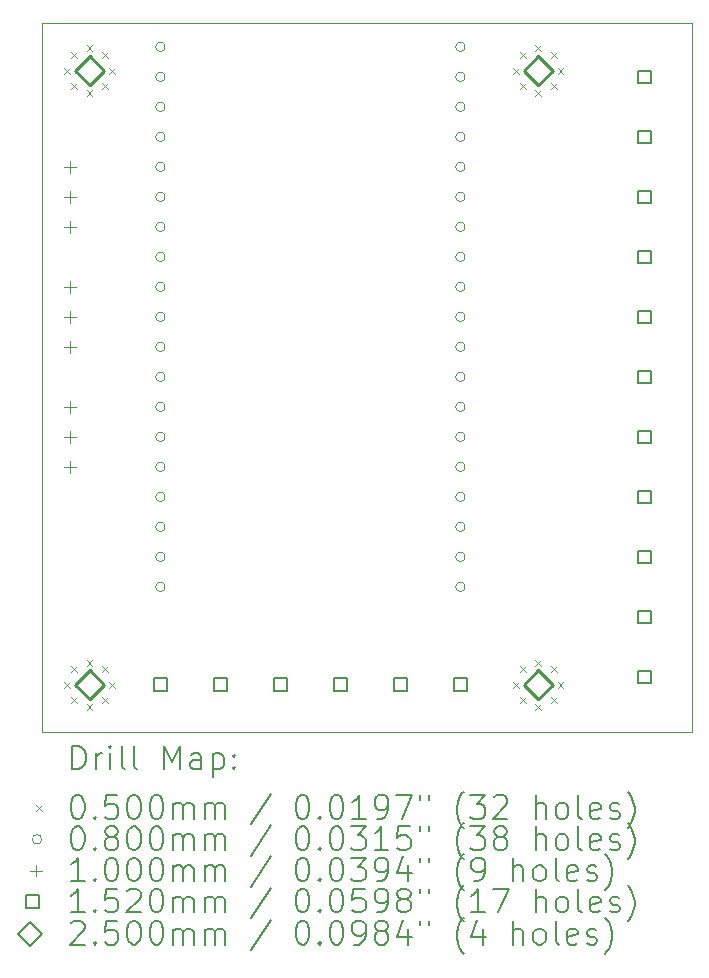
<source format=gbr>
%FSLAX45Y45*%
G04 Gerber Fmt 4.5, Leading zero omitted, Abs format (unit mm)*
G04 Created by KiCad (PCBNEW 6.0.4+dfsg-1+b1) date 2022-05-29 14:40:29*
%MOMM*%
%LPD*%
G01*
G04 APERTURE LIST*
%TA.AperFunction,Profile*%
%ADD10C,0.100000*%
%TD*%
%ADD11C,0.200000*%
%ADD12C,0.050000*%
%ADD13C,0.080000*%
%ADD14C,0.100000*%
%ADD15C,0.152000*%
%ADD16C,0.250000*%
G04 APERTURE END LIST*
D10*
X7255000Y-7016100D02*
X12755000Y-7016100D01*
X12755000Y-7016100D02*
X12755000Y-13016100D01*
X12755000Y-13016100D02*
X7255000Y-13016100D01*
X7255000Y-13016100D02*
X7255000Y-7016100D01*
D11*
D12*
X7442500Y-7391100D02*
X7492500Y-7441100D01*
X7492500Y-7391100D02*
X7442500Y-7441100D01*
X7442500Y-12591100D02*
X7492500Y-12641100D01*
X7492500Y-12591100D02*
X7442500Y-12641100D01*
X7497417Y-7258517D02*
X7547417Y-7308517D01*
X7547417Y-7258517D02*
X7497417Y-7308517D01*
X7497417Y-7523682D02*
X7547417Y-7573682D01*
X7547417Y-7523682D02*
X7497417Y-7573682D01*
X7497417Y-12458517D02*
X7547417Y-12508517D01*
X7547417Y-12458517D02*
X7497417Y-12508517D01*
X7497417Y-12723682D02*
X7547417Y-12773682D01*
X7547417Y-12723682D02*
X7497417Y-12773682D01*
X7630000Y-7203600D02*
X7680000Y-7253600D01*
X7680000Y-7203600D02*
X7630000Y-7253600D01*
X7630000Y-7578600D02*
X7680000Y-7628600D01*
X7680000Y-7578600D02*
X7630000Y-7628600D01*
X7630000Y-12403600D02*
X7680000Y-12453600D01*
X7680000Y-12403600D02*
X7630000Y-12453600D01*
X7630000Y-12778600D02*
X7680000Y-12828600D01*
X7680000Y-12778600D02*
X7630000Y-12828600D01*
X7762582Y-7258517D02*
X7812582Y-7308517D01*
X7812582Y-7258517D02*
X7762582Y-7308517D01*
X7762582Y-7523682D02*
X7812582Y-7573682D01*
X7812582Y-7523682D02*
X7762582Y-7573682D01*
X7762582Y-12458517D02*
X7812582Y-12508517D01*
X7812582Y-12458517D02*
X7762582Y-12508517D01*
X7762582Y-12723682D02*
X7812582Y-12773682D01*
X7812582Y-12723682D02*
X7762582Y-12773682D01*
X7817500Y-7391100D02*
X7867500Y-7441100D01*
X7867500Y-7391100D02*
X7817500Y-7441100D01*
X7817500Y-12591100D02*
X7867500Y-12641100D01*
X7867500Y-12591100D02*
X7817500Y-12641100D01*
X11242500Y-7391100D02*
X11292500Y-7441100D01*
X11292500Y-7391100D02*
X11242500Y-7441100D01*
X11242500Y-12591100D02*
X11292500Y-12641100D01*
X11292500Y-12591100D02*
X11242500Y-12641100D01*
X11297417Y-7258517D02*
X11347417Y-7308517D01*
X11347417Y-7258517D02*
X11297417Y-7308517D01*
X11297417Y-7523682D02*
X11347417Y-7573682D01*
X11347417Y-7523682D02*
X11297417Y-7573682D01*
X11297417Y-12458517D02*
X11347417Y-12508517D01*
X11347417Y-12458517D02*
X11297417Y-12508517D01*
X11297417Y-12723682D02*
X11347417Y-12773682D01*
X11347417Y-12723682D02*
X11297417Y-12773682D01*
X11430000Y-7203600D02*
X11480000Y-7253600D01*
X11480000Y-7203600D02*
X11430000Y-7253600D01*
X11430000Y-7578600D02*
X11480000Y-7628600D01*
X11480000Y-7578600D02*
X11430000Y-7628600D01*
X11430000Y-12403600D02*
X11480000Y-12453600D01*
X11480000Y-12403600D02*
X11430000Y-12453600D01*
X11430000Y-12778600D02*
X11480000Y-12828600D01*
X11480000Y-12778600D02*
X11430000Y-12828600D01*
X11562582Y-7258517D02*
X11612582Y-7308517D01*
X11612582Y-7258517D02*
X11562582Y-7308517D01*
X11562582Y-7523682D02*
X11612582Y-7573682D01*
X11612582Y-7523682D02*
X11562582Y-7573682D01*
X11562582Y-12458517D02*
X11612582Y-12508517D01*
X11612582Y-12458517D02*
X11562582Y-12508517D01*
X11562582Y-12723682D02*
X11612582Y-12773682D01*
X11612582Y-12723682D02*
X11562582Y-12773682D01*
X11617500Y-7391100D02*
X11667500Y-7441100D01*
X11667500Y-7391100D02*
X11617500Y-7441100D01*
X11617500Y-12591100D02*
X11667500Y-12641100D01*
X11667500Y-12591100D02*
X11617500Y-12641100D01*
D13*
X8295000Y-7216100D02*
G75*
G03*
X8295000Y-7216100I-40000J0D01*
G01*
X8295000Y-7470100D02*
G75*
G03*
X8295000Y-7470100I-40000J0D01*
G01*
X8295000Y-7724100D02*
G75*
G03*
X8295000Y-7724100I-40000J0D01*
G01*
X8295000Y-7978100D02*
G75*
G03*
X8295000Y-7978100I-40000J0D01*
G01*
X8295000Y-8232100D02*
G75*
G03*
X8295000Y-8232100I-40000J0D01*
G01*
X8295000Y-8486100D02*
G75*
G03*
X8295000Y-8486100I-40000J0D01*
G01*
X8295000Y-8740100D02*
G75*
G03*
X8295000Y-8740100I-40000J0D01*
G01*
X8295000Y-8994100D02*
G75*
G03*
X8295000Y-8994100I-40000J0D01*
G01*
X8295000Y-9248100D02*
G75*
G03*
X8295000Y-9248100I-40000J0D01*
G01*
X8295000Y-9502100D02*
G75*
G03*
X8295000Y-9502100I-40000J0D01*
G01*
X8295000Y-9756100D02*
G75*
G03*
X8295000Y-9756100I-40000J0D01*
G01*
X8295000Y-10010100D02*
G75*
G03*
X8295000Y-10010100I-40000J0D01*
G01*
X8295000Y-10264100D02*
G75*
G03*
X8295000Y-10264100I-40000J0D01*
G01*
X8295000Y-10518100D02*
G75*
G03*
X8295000Y-10518100I-40000J0D01*
G01*
X8295000Y-10772100D02*
G75*
G03*
X8295000Y-10772100I-40000J0D01*
G01*
X8295000Y-11026100D02*
G75*
G03*
X8295000Y-11026100I-40000J0D01*
G01*
X8295000Y-11280100D02*
G75*
G03*
X8295000Y-11280100I-40000J0D01*
G01*
X8295000Y-11534100D02*
G75*
G03*
X8295000Y-11534100I-40000J0D01*
G01*
X8295000Y-11788100D02*
G75*
G03*
X8295000Y-11788100I-40000J0D01*
G01*
X10835000Y-7216100D02*
G75*
G03*
X10835000Y-7216100I-40000J0D01*
G01*
X10835000Y-7470100D02*
G75*
G03*
X10835000Y-7470100I-40000J0D01*
G01*
X10835000Y-7724100D02*
G75*
G03*
X10835000Y-7724100I-40000J0D01*
G01*
X10835000Y-7978100D02*
G75*
G03*
X10835000Y-7978100I-40000J0D01*
G01*
X10835000Y-8232100D02*
G75*
G03*
X10835000Y-8232100I-40000J0D01*
G01*
X10835000Y-8486100D02*
G75*
G03*
X10835000Y-8486100I-40000J0D01*
G01*
X10835000Y-8740100D02*
G75*
G03*
X10835000Y-8740100I-40000J0D01*
G01*
X10835000Y-8994100D02*
G75*
G03*
X10835000Y-8994100I-40000J0D01*
G01*
X10835000Y-9248100D02*
G75*
G03*
X10835000Y-9248100I-40000J0D01*
G01*
X10835000Y-9502100D02*
G75*
G03*
X10835000Y-9502100I-40000J0D01*
G01*
X10835000Y-9756100D02*
G75*
G03*
X10835000Y-9756100I-40000J0D01*
G01*
X10835000Y-10010100D02*
G75*
G03*
X10835000Y-10010100I-40000J0D01*
G01*
X10835000Y-10264100D02*
G75*
G03*
X10835000Y-10264100I-40000J0D01*
G01*
X10835000Y-10518100D02*
G75*
G03*
X10835000Y-10518100I-40000J0D01*
G01*
X10835000Y-10772100D02*
G75*
G03*
X10835000Y-10772100I-40000J0D01*
G01*
X10835000Y-11026100D02*
G75*
G03*
X10835000Y-11026100I-40000J0D01*
G01*
X10835000Y-11280100D02*
G75*
G03*
X10835000Y-11280100I-40000J0D01*
G01*
X10835000Y-11534100D02*
G75*
G03*
X10835000Y-11534100I-40000J0D01*
G01*
X10835000Y-11788100D02*
G75*
G03*
X10835000Y-11788100I-40000J0D01*
G01*
D14*
X7493000Y-8182100D02*
X7493000Y-8282100D01*
X7443000Y-8232100D02*
X7543000Y-8232100D01*
X7493000Y-8436100D02*
X7493000Y-8536100D01*
X7443000Y-8486100D02*
X7543000Y-8486100D01*
X7493000Y-8690100D02*
X7493000Y-8790100D01*
X7443000Y-8740100D02*
X7543000Y-8740100D01*
X7493000Y-9198100D02*
X7493000Y-9298100D01*
X7443000Y-9248100D02*
X7543000Y-9248100D01*
X7493000Y-9452100D02*
X7493000Y-9552100D01*
X7443000Y-9502100D02*
X7543000Y-9502100D01*
X7493000Y-9706100D02*
X7493000Y-9806100D01*
X7443000Y-9756100D02*
X7543000Y-9756100D01*
X7493000Y-10214100D02*
X7493000Y-10314100D01*
X7443000Y-10264100D02*
X7543000Y-10264100D01*
X7493000Y-10468100D02*
X7493000Y-10568100D01*
X7443000Y-10518100D02*
X7543000Y-10518100D01*
X7493000Y-10722100D02*
X7493000Y-10822100D01*
X7443000Y-10772100D02*
X7543000Y-10772100D01*
D15*
X8308741Y-12669841D02*
X8308741Y-12562359D01*
X8201259Y-12562359D01*
X8201259Y-12669841D01*
X8308741Y-12669841D01*
X8816741Y-12669841D02*
X8816741Y-12562359D01*
X8709259Y-12562359D01*
X8709259Y-12669841D01*
X8816741Y-12669841D01*
X9324741Y-12669841D02*
X9324741Y-12562359D01*
X9217259Y-12562359D01*
X9217259Y-12669841D01*
X9324741Y-12669841D01*
X9832741Y-12669841D02*
X9832741Y-12562359D01*
X9725259Y-12562359D01*
X9725259Y-12669841D01*
X9832741Y-12669841D01*
X10340741Y-12669841D02*
X10340741Y-12562359D01*
X10233259Y-12562359D01*
X10233259Y-12669841D01*
X10340741Y-12669841D01*
X10848741Y-12669841D02*
X10848741Y-12562359D01*
X10741259Y-12562359D01*
X10741259Y-12669841D01*
X10848741Y-12669841D01*
X12408741Y-7523841D02*
X12408741Y-7416359D01*
X12301259Y-7416359D01*
X12301259Y-7523841D01*
X12408741Y-7523841D01*
X12408741Y-8031841D02*
X12408741Y-7924359D01*
X12301259Y-7924359D01*
X12301259Y-8031841D01*
X12408741Y-8031841D01*
X12408741Y-8539841D02*
X12408741Y-8432359D01*
X12301259Y-8432359D01*
X12301259Y-8539841D01*
X12408741Y-8539841D01*
X12408741Y-9047841D02*
X12408741Y-8940359D01*
X12301259Y-8940359D01*
X12301259Y-9047841D01*
X12408741Y-9047841D01*
X12408741Y-9555841D02*
X12408741Y-9448359D01*
X12301259Y-9448359D01*
X12301259Y-9555841D01*
X12408741Y-9555841D01*
X12408741Y-10063841D02*
X12408741Y-9956359D01*
X12301259Y-9956359D01*
X12301259Y-10063841D01*
X12408741Y-10063841D01*
X12408741Y-10571841D02*
X12408741Y-10464359D01*
X12301259Y-10464359D01*
X12301259Y-10571841D01*
X12408741Y-10571841D01*
X12408741Y-11079841D02*
X12408741Y-10972359D01*
X12301259Y-10972359D01*
X12301259Y-11079841D01*
X12408741Y-11079841D01*
X12408741Y-11587841D02*
X12408741Y-11480359D01*
X12301259Y-11480359D01*
X12301259Y-11587841D01*
X12408741Y-11587841D01*
X12408741Y-12095841D02*
X12408741Y-11988359D01*
X12301259Y-11988359D01*
X12301259Y-12095841D01*
X12408741Y-12095841D01*
X12408741Y-12603841D02*
X12408741Y-12496359D01*
X12301259Y-12496359D01*
X12301259Y-12603841D01*
X12408741Y-12603841D01*
D16*
X7655000Y-7541100D02*
X7780000Y-7416100D01*
X7655000Y-7291100D01*
X7530000Y-7416100D01*
X7655000Y-7541100D01*
X7655000Y-12741100D02*
X7780000Y-12616100D01*
X7655000Y-12491100D01*
X7530000Y-12616100D01*
X7655000Y-12741100D01*
X11455000Y-7541100D02*
X11580000Y-7416100D01*
X11455000Y-7291100D01*
X11330000Y-7416100D01*
X11455000Y-7541100D01*
X11455000Y-12741100D02*
X11580000Y-12616100D01*
X11455000Y-12491100D01*
X11330000Y-12616100D01*
X11455000Y-12741100D01*
D11*
X7507619Y-13331576D02*
X7507619Y-13131576D01*
X7555238Y-13131576D01*
X7583809Y-13141100D01*
X7602857Y-13160148D01*
X7612381Y-13179195D01*
X7621905Y-13217290D01*
X7621905Y-13245862D01*
X7612381Y-13283957D01*
X7602857Y-13303005D01*
X7583809Y-13322052D01*
X7555238Y-13331576D01*
X7507619Y-13331576D01*
X7707619Y-13331576D02*
X7707619Y-13198243D01*
X7707619Y-13236338D02*
X7717143Y-13217290D01*
X7726667Y-13207767D01*
X7745714Y-13198243D01*
X7764762Y-13198243D01*
X7831428Y-13331576D02*
X7831428Y-13198243D01*
X7831428Y-13131576D02*
X7821905Y-13141100D01*
X7831428Y-13150624D01*
X7840952Y-13141100D01*
X7831428Y-13131576D01*
X7831428Y-13150624D01*
X7955238Y-13331576D02*
X7936190Y-13322052D01*
X7926667Y-13303005D01*
X7926667Y-13131576D01*
X8060000Y-13331576D02*
X8040952Y-13322052D01*
X8031428Y-13303005D01*
X8031428Y-13131576D01*
X8288571Y-13331576D02*
X8288571Y-13131576D01*
X8355238Y-13274433D01*
X8421905Y-13131576D01*
X8421905Y-13331576D01*
X8602857Y-13331576D02*
X8602857Y-13226814D01*
X8593333Y-13207767D01*
X8574286Y-13198243D01*
X8536190Y-13198243D01*
X8517143Y-13207767D01*
X8602857Y-13322052D02*
X8583810Y-13331576D01*
X8536190Y-13331576D01*
X8517143Y-13322052D01*
X8507619Y-13303005D01*
X8507619Y-13283957D01*
X8517143Y-13264909D01*
X8536190Y-13255386D01*
X8583810Y-13255386D01*
X8602857Y-13245862D01*
X8698095Y-13198243D02*
X8698095Y-13398243D01*
X8698095Y-13207767D02*
X8717143Y-13198243D01*
X8755238Y-13198243D01*
X8774286Y-13207767D01*
X8783810Y-13217290D01*
X8793333Y-13236338D01*
X8793333Y-13293481D01*
X8783810Y-13312528D01*
X8774286Y-13322052D01*
X8755238Y-13331576D01*
X8717143Y-13331576D01*
X8698095Y-13322052D01*
X8879048Y-13312528D02*
X8888571Y-13322052D01*
X8879048Y-13331576D01*
X8869524Y-13322052D01*
X8879048Y-13312528D01*
X8879048Y-13331576D01*
X8879048Y-13207767D02*
X8888571Y-13217290D01*
X8879048Y-13226814D01*
X8869524Y-13217290D01*
X8879048Y-13207767D01*
X8879048Y-13226814D01*
D12*
X7200000Y-13636100D02*
X7250000Y-13686100D01*
X7250000Y-13636100D02*
X7200000Y-13686100D01*
D11*
X7545714Y-13551576D02*
X7564762Y-13551576D01*
X7583809Y-13561100D01*
X7593333Y-13570624D01*
X7602857Y-13589671D01*
X7612381Y-13627767D01*
X7612381Y-13675386D01*
X7602857Y-13713481D01*
X7593333Y-13732528D01*
X7583809Y-13742052D01*
X7564762Y-13751576D01*
X7545714Y-13751576D01*
X7526667Y-13742052D01*
X7517143Y-13732528D01*
X7507619Y-13713481D01*
X7498095Y-13675386D01*
X7498095Y-13627767D01*
X7507619Y-13589671D01*
X7517143Y-13570624D01*
X7526667Y-13561100D01*
X7545714Y-13551576D01*
X7698095Y-13732528D02*
X7707619Y-13742052D01*
X7698095Y-13751576D01*
X7688571Y-13742052D01*
X7698095Y-13732528D01*
X7698095Y-13751576D01*
X7888571Y-13551576D02*
X7793333Y-13551576D01*
X7783809Y-13646814D01*
X7793333Y-13637290D01*
X7812381Y-13627767D01*
X7860000Y-13627767D01*
X7879048Y-13637290D01*
X7888571Y-13646814D01*
X7898095Y-13665862D01*
X7898095Y-13713481D01*
X7888571Y-13732528D01*
X7879048Y-13742052D01*
X7860000Y-13751576D01*
X7812381Y-13751576D01*
X7793333Y-13742052D01*
X7783809Y-13732528D01*
X8021905Y-13551576D02*
X8040952Y-13551576D01*
X8060000Y-13561100D01*
X8069524Y-13570624D01*
X8079048Y-13589671D01*
X8088571Y-13627767D01*
X8088571Y-13675386D01*
X8079048Y-13713481D01*
X8069524Y-13732528D01*
X8060000Y-13742052D01*
X8040952Y-13751576D01*
X8021905Y-13751576D01*
X8002857Y-13742052D01*
X7993333Y-13732528D01*
X7983809Y-13713481D01*
X7974286Y-13675386D01*
X7974286Y-13627767D01*
X7983809Y-13589671D01*
X7993333Y-13570624D01*
X8002857Y-13561100D01*
X8021905Y-13551576D01*
X8212381Y-13551576D02*
X8231428Y-13551576D01*
X8250476Y-13561100D01*
X8260000Y-13570624D01*
X8269524Y-13589671D01*
X8279048Y-13627767D01*
X8279048Y-13675386D01*
X8269524Y-13713481D01*
X8260000Y-13732528D01*
X8250476Y-13742052D01*
X8231428Y-13751576D01*
X8212381Y-13751576D01*
X8193333Y-13742052D01*
X8183809Y-13732528D01*
X8174286Y-13713481D01*
X8164762Y-13675386D01*
X8164762Y-13627767D01*
X8174286Y-13589671D01*
X8183809Y-13570624D01*
X8193333Y-13561100D01*
X8212381Y-13551576D01*
X8364762Y-13751576D02*
X8364762Y-13618243D01*
X8364762Y-13637290D02*
X8374286Y-13627767D01*
X8393333Y-13618243D01*
X8421905Y-13618243D01*
X8440952Y-13627767D01*
X8450476Y-13646814D01*
X8450476Y-13751576D01*
X8450476Y-13646814D02*
X8460000Y-13627767D01*
X8479048Y-13618243D01*
X8507619Y-13618243D01*
X8526667Y-13627767D01*
X8536190Y-13646814D01*
X8536190Y-13751576D01*
X8631429Y-13751576D02*
X8631429Y-13618243D01*
X8631429Y-13637290D02*
X8640952Y-13627767D01*
X8660000Y-13618243D01*
X8688571Y-13618243D01*
X8707619Y-13627767D01*
X8717143Y-13646814D01*
X8717143Y-13751576D01*
X8717143Y-13646814D02*
X8726667Y-13627767D01*
X8745714Y-13618243D01*
X8774286Y-13618243D01*
X8793333Y-13627767D01*
X8802857Y-13646814D01*
X8802857Y-13751576D01*
X9193333Y-13542052D02*
X9021905Y-13799195D01*
X9450476Y-13551576D02*
X9469524Y-13551576D01*
X9488571Y-13561100D01*
X9498095Y-13570624D01*
X9507619Y-13589671D01*
X9517143Y-13627767D01*
X9517143Y-13675386D01*
X9507619Y-13713481D01*
X9498095Y-13732528D01*
X9488571Y-13742052D01*
X9469524Y-13751576D01*
X9450476Y-13751576D01*
X9431429Y-13742052D01*
X9421905Y-13732528D01*
X9412381Y-13713481D01*
X9402857Y-13675386D01*
X9402857Y-13627767D01*
X9412381Y-13589671D01*
X9421905Y-13570624D01*
X9431429Y-13561100D01*
X9450476Y-13551576D01*
X9602857Y-13732528D02*
X9612381Y-13742052D01*
X9602857Y-13751576D01*
X9593333Y-13742052D01*
X9602857Y-13732528D01*
X9602857Y-13751576D01*
X9736190Y-13551576D02*
X9755238Y-13551576D01*
X9774286Y-13561100D01*
X9783810Y-13570624D01*
X9793333Y-13589671D01*
X9802857Y-13627767D01*
X9802857Y-13675386D01*
X9793333Y-13713481D01*
X9783810Y-13732528D01*
X9774286Y-13742052D01*
X9755238Y-13751576D01*
X9736190Y-13751576D01*
X9717143Y-13742052D01*
X9707619Y-13732528D01*
X9698095Y-13713481D01*
X9688571Y-13675386D01*
X9688571Y-13627767D01*
X9698095Y-13589671D01*
X9707619Y-13570624D01*
X9717143Y-13561100D01*
X9736190Y-13551576D01*
X9993333Y-13751576D02*
X9879048Y-13751576D01*
X9936190Y-13751576D02*
X9936190Y-13551576D01*
X9917143Y-13580148D01*
X9898095Y-13599195D01*
X9879048Y-13608719D01*
X10088571Y-13751576D02*
X10126667Y-13751576D01*
X10145714Y-13742052D01*
X10155238Y-13732528D01*
X10174286Y-13703957D01*
X10183810Y-13665862D01*
X10183810Y-13589671D01*
X10174286Y-13570624D01*
X10164762Y-13561100D01*
X10145714Y-13551576D01*
X10107619Y-13551576D01*
X10088571Y-13561100D01*
X10079048Y-13570624D01*
X10069524Y-13589671D01*
X10069524Y-13637290D01*
X10079048Y-13656338D01*
X10088571Y-13665862D01*
X10107619Y-13675386D01*
X10145714Y-13675386D01*
X10164762Y-13665862D01*
X10174286Y-13656338D01*
X10183810Y-13637290D01*
X10250476Y-13551576D02*
X10383810Y-13551576D01*
X10298095Y-13751576D01*
X10450476Y-13551576D02*
X10450476Y-13589671D01*
X10526667Y-13551576D02*
X10526667Y-13589671D01*
X10821905Y-13827767D02*
X10812381Y-13818243D01*
X10793333Y-13789671D01*
X10783810Y-13770624D01*
X10774286Y-13742052D01*
X10764762Y-13694433D01*
X10764762Y-13656338D01*
X10774286Y-13608719D01*
X10783810Y-13580148D01*
X10793333Y-13561100D01*
X10812381Y-13532528D01*
X10821905Y-13523005D01*
X10879048Y-13551576D02*
X11002857Y-13551576D01*
X10936190Y-13627767D01*
X10964762Y-13627767D01*
X10983810Y-13637290D01*
X10993333Y-13646814D01*
X11002857Y-13665862D01*
X11002857Y-13713481D01*
X10993333Y-13732528D01*
X10983810Y-13742052D01*
X10964762Y-13751576D01*
X10907619Y-13751576D01*
X10888571Y-13742052D01*
X10879048Y-13732528D01*
X11079048Y-13570624D02*
X11088571Y-13561100D01*
X11107619Y-13551576D01*
X11155238Y-13551576D01*
X11174286Y-13561100D01*
X11183810Y-13570624D01*
X11193333Y-13589671D01*
X11193333Y-13608719D01*
X11183810Y-13637290D01*
X11069524Y-13751576D01*
X11193333Y-13751576D01*
X11431428Y-13751576D02*
X11431428Y-13551576D01*
X11517143Y-13751576D02*
X11517143Y-13646814D01*
X11507619Y-13627767D01*
X11488571Y-13618243D01*
X11460000Y-13618243D01*
X11440952Y-13627767D01*
X11431428Y-13637290D01*
X11640952Y-13751576D02*
X11621905Y-13742052D01*
X11612381Y-13732528D01*
X11602857Y-13713481D01*
X11602857Y-13656338D01*
X11612381Y-13637290D01*
X11621905Y-13627767D01*
X11640952Y-13618243D01*
X11669524Y-13618243D01*
X11688571Y-13627767D01*
X11698095Y-13637290D01*
X11707619Y-13656338D01*
X11707619Y-13713481D01*
X11698095Y-13732528D01*
X11688571Y-13742052D01*
X11669524Y-13751576D01*
X11640952Y-13751576D01*
X11821905Y-13751576D02*
X11802857Y-13742052D01*
X11793333Y-13723005D01*
X11793333Y-13551576D01*
X11974286Y-13742052D02*
X11955238Y-13751576D01*
X11917143Y-13751576D01*
X11898095Y-13742052D01*
X11888571Y-13723005D01*
X11888571Y-13646814D01*
X11898095Y-13627767D01*
X11917143Y-13618243D01*
X11955238Y-13618243D01*
X11974286Y-13627767D01*
X11983809Y-13646814D01*
X11983809Y-13665862D01*
X11888571Y-13684909D01*
X12060000Y-13742052D02*
X12079048Y-13751576D01*
X12117143Y-13751576D01*
X12136190Y-13742052D01*
X12145714Y-13723005D01*
X12145714Y-13713481D01*
X12136190Y-13694433D01*
X12117143Y-13684909D01*
X12088571Y-13684909D01*
X12069524Y-13675386D01*
X12060000Y-13656338D01*
X12060000Y-13646814D01*
X12069524Y-13627767D01*
X12088571Y-13618243D01*
X12117143Y-13618243D01*
X12136190Y-13627767D01*
X12212381Y-13827767D02*
X12221905Y-13818243D01*
X12240952Y-13789671D01*
X12250476Y-13770624D01*
X12260000Y-13742052D01*
X12269524Y-13694433D01*
X12269524Y-13656338D01*
X12260000Y-13608719D01*
X12250476Y-13580148D01*
X12240952Y-13561100D01*
X12221905Y-13532528D01*
X12212381Y-13523005D01*
D13*
X7250000Y-13925100D02*
G75*
G03*
X7250000Y-13925100I-40000J0D01*
G01*
D11*
X7545714Y-13815576D02*
X7564762Y-13815576D01*
X7583809Y-13825100D01*
X7593333Y-13834624D01*
X7602857Y-13853671D01*
X7612381Y-13891767D01*
X7612381Y-13939386D01*
X7602857Y-13977481D01*
X7593333Y-13996528D01*
X7583809Y-14006052D01*
X7564762Y-14015576D01*
X7545714Y-14015576D01*
X7526667Y-14006052D01*
X7517143Y-13996528D01*
X7507619Y-13977481D01*
X7498095Y-13939386D01*
X7498095Y-13891767D01*
X7507619Y-13853671D01*
X7517143Y-13834624D01*
X7526667Y-13825100D01*
X7545714Y-13815576D01*
X7698095Y-13996528D02*
X7707619Y-14006052D01*
X7698095Y-14015576D01*
X7688571Y-14006052D01*
X7698095Y-13996528D01*
X7698095Y-14015576D01*
X7821905Y-13901290D02*
X7802857Y-13891767D01*
X7793333Y-13882243D01*
X7783809Y-13863195D01*
X7783809Y-13853671D01*
X7793333Y-13834624D01*
X7802857Y-13825100D01*
X7821905Y-13815576D01*
X7860000Y-13815576D01*
X7879048Y-13825100D01*
X7888571Y-13834624D01*
X7898095Y-13853671D01*
X7898095Y-13863195D01*
X7888571Y-13882243D01*
X7879048Y-13891767D01*
X7860000Y-13901290D01*
X7821905Y-13901290D01*
X7802857Y-13910814D01*
X7793333Y-13920338D01*
X7783809Y-13939386D01*
X7783809Y-13977481D01*
X7793333Y-13996528D01*
X7802857Y-14006052D01*
X7821905Y-14015576D01*
X7860000Y-14015576D01*
X7879048Y-14006052D01*
X7888571Y-13996528D01*
X7898095Y-13977481D01*
X7898095Y-13939386D01*
X7888571Y-13920338D01*
X7879048Y-13910814D01*
X7860000Y-13901290D01*
X8021905Y-13815576D02*
X8040952Y-13815576D01*
X8060000Y-13825100D01*
X8069524Y-13834624D01*
X8079048Y-13853671D01*
X8088571Y-13891767D01*
X8088571Y-13939386D01*
X8079048Y-13977481D01*
X8069524Y-13996528D01*
X8060000Y-14006052D01*
X8040952Y-14015576D01*
X8021905Y-14015576D01*
X8002857Y-14006052D01*
X7993333Y-13996528D01*
X7983809Y-13977481D01*
X7974286Y-13939386D01*
X7974286Y-13891767D01*
X7983809Y-13853671D01*
X7993333Y-13834624D01*
X8002857Y-13825100D01*
X8021905Y-13815576D01*
X8212381Y-13815576D02*
X8231428Y-13815576D01*
X8250476Y-13825100D01*
X8260000Y-13834624D01*
X8269524Y-13853671D01*
X8279048Y-13891767D01*
X8279048Y-13939386D01*
X8269524Y-13977481D01*
X8260000Y-13996528D01*
X8250476Y-14006052D01*
X8231428Y-14015576D01*
X8212381Y-14015576D01*
X8193333Y-14006052D01*
X8183809Y-13996528D01*
X8174286Y-13977481D01*
X8164762Y-13939386D01*
X8164762Y-13891767D01*
X8174286Y-13853671D01*
X8183809Y-13834624D01*
X8193333Y-13825100D01*
X8212381Y-13815576D01*
X8364762Y-14015576D02*
X8364762Y-13882243D01*
X8364762Y-13901290D02*
X8374286Y-13891767D01*
X8393333Y-13882243D01*
X8421905Y-13882243D01*
X8440952Y-13891767D01*
X8450476Y-13910814D01*
X8450476Y-14015576D01*
X8450476Y-13910814D02*
X8460000Y-13891767D01*
X8479048Y-13882243D01*
X8507619Y-13882243D01*
X8526667Y-13891767D01*
X8536190Y-13910814D01*
X8536190Y-14015576D01*
X8631429Y-14015576D02*
X8631429Y-13882243D01*
X8631429Y-13901290D02*
X8640952Y-13891767D01*
X8660000Y-13882243D01*
X8688571Y-13882243D01*
X8707619Y-13891767D01*
X8717143Y-13910814D01*
X8717143Y-14015576D01*
X8717143Y-13910814D02*
X8726667Y-13891767D01*
X8745714Y-13882243D01*
X8774286Y-13882243D01*
X8793333Y-13891767D01*
X8802857Y-13910814D01*
X8802857Y-14015576D01*
X9193333Y-13806052D02*
X9021905Y-14063195D01*
X9450476Y-13815576D02*
X9469524Y-13815576D01*
X9488571Y-13825100D01*
X9498095Y-13834624D01*
X9507619Y-13853671D01*
X9517143Y-13891767D01*
X9517143Y-13939386D01*
X9507619Y-13977481D01*
X9498095Y-13996528D01*
X9488571Y-14006052D01*
X9469524Y-14015576D01*
X9450476Y-14015576D01*
X9431429Y-14006052D01*
X9421905Y-13996528D01*
X9412381Y-13977481D01*
X9402857Y-13939386D01*
X9402857Y-13891767D01*
X9412381Y-13853671D01*
X9421905Y-13834624D01*
X9431429Y-13825100D01*
X9450476Y-13815576D01*
X9602857Y-13996528D02*
X9612381Y-14006052D01*
X9602857Y-14015576D01*
X9593333Y-14006052D01*
X9602857Y-13996528D01*
X9602857Y-14015576D01*
X9736190Y-13815576D02*
X9755238Y-13815576D01*
X9774286Y-13825100D01*
X9783810Y-13834624D01*
X9793333Y-13853671D01*
X9802857Y-13891767D01*
X9802857Y-13939386D01*
X9793333Y-13977481D01*
X9783810Y-13996528D01*
X9774286Y-14006052D01*
X9755238Y-14015576D01*
X9736190Y-14015576D01*
X9717143Y-14006052D01*
X9707619Y-13996528D01*
X9698095Y-13977481D01*
X9688571Y-13939386D01*
X9688571Y-13891767D01*
X9698095Y-13853671D01*
X9707619Y-13834624D01*
X9717143Y-13825100D01*
X9736190Y-13815576D01*
X9869524Y-13815576D02*
X9993333Y-13815576D01*
X9926667Y-13891767D01*
X9955238Y-13891767D01*
X9974286Y-13901290D01*
X9983810Y-13910814D01*
X9993333Y-13929862D01*
X9993333Y-13977481D01*
X9983810Y-13996528D01*
X9974286Y-14006052D01*
X9955238Y-14015576D01*
X9898095Y-14015576D01*
X9879048Y-14006052D01*
X9869524Y-13996528D01*
X10183810Y-14015576D02*
X10069524Y-14015576D01*
X10126667Y-14015576D02*
X10126667Y-13815576D01*
X10107619Y-13844148D01*
X10088571Y-13863195D01*
X10069524Y-13872719D01*
X10364762Y-13815576D02*
X10269524Y-13815576D01*
X10260000Y-13910814D01*
X10269524Y-13901290D01*
X10288571Y-13891767D01*
X10336190Y-13891767D01*
X10355238Y-13901290D01*
X10364762Y-13910814D01*
X10374286Y-13929862D01*
X10374286Y-13977481D01*
X10364762Y-13996528D01*
X10355238Y-14006052D01*
X10336190Y-14015576D01*
X10288571Y-14015576D01*
X10269524Y-14006052D01*
X10260000Y-13996528D01*
X10450476Y-13815576D02*
X10450476Y-13853671D01*
X10526667Y-13815576D02*
X10526667Y-13853671D01*
X10821905Y-14091767D02*
X10812381Y-14082243D01*
X10793333Y-14053671D01*
X10783810Y-14034624D01*
X10774286Y-14006052D01*
X10764762Y-13958433D01*
X10764762Y-13920338D01*
X10774286Y-13872719D01*
X10783810Y-13844148D01*
X10793333Y-13825100D01*
X10812381Y-13796528D01*
X10821905Y-13787005D01*
X10879048Y-13815576D02*
X11002857Y-13815576D01*
X10936190Y-13891767D01*
X10964762Y-13891767D01*
X10983810Y-13901290D01*
X10993333Y-13910814D01*
X11002857Y-13929862D01*
X11002857Y-13977481D01*
X10993333Y-13996528D01*
X10983810Y-14006052D01*
X10964762Y-14015576D01*
X10907619Y-14015576D01*
X10888571Y-14006052D01*
X10879048Y-13996528D01*
X11117143Y-13901290D02*
X11098095Y-13891767D01*
X11088571Y-13882243D01*
X11079048Y-13863195D01*
X11079048Y-13853671D01*
X11088571Y-13834624D01*
X11098095Y-13825100D01*
X11117143Y-13815576D01*
X11155238Y-13815576D01*
X11174286Y-13825100D01*
X11183810Y-13834624D01*
X11193333Y-13853671D01*
X11193333Y-13863195D01*
X11183810Y-13882243D01*
X11174286Y-13891767D01*
X11155238Y-13901290D01*
X11117143Y-13901290D01*
X11098095Y-13910814D01*
X11088571Y-13920338D01*
X11079048Y-13939386D01*
X11079048Y-13977481D01*
X11088571Y-13996528D01*
X11098095Y-14006052D01*
X11117143Y-14015576D01*
X11155238Y-14015576D01*
X11174286Y-14006052D01*
X11183810Y-13996528D01*
X11193333Y-13977481D01*
X11193333Y-13939386D01*
X11183810Y-13920338D01*
X11174286Y-13910814D01*
X11155238Y-13901290D01*
X11431428Y-14015576D02*
X11431428Y-13815576D01*
X11517143Y-14015576D02*
X11517143Y-13910814D01*
X11507619Y-13891767D01*
X11488571Y-13882243D01*
X11460000Y-13882243D01*
X11440952Y-13891767D01*
X11431428Y-13901290D01*
X11640952Y-14015576D02*
X11621905Y-14006052D01*
X11612381Y-13996528D01*
X11602857Y-13977481D01*
X11602857Y-13920338D01*
X11612381Y-13901290D01*
X11621905Y-13891767D01*
X11640952Y-13882243D01*
X11669524Y-13882243D01*
X11688571Y-13891767D01*
X11698095Y-13901290D01*
X11707619Y-13920338D01*
X11707619Y-13977481D01*
X11698095Y-13996528D01*
X11688571Y-14006052D01*
X11669524Y-14015576D01*
X11640952Y-14015576D01*
X11821905Y-14015576D02*
X11802857Y-14006052D01*
X11793333Y-13987005D01*
X11793333Y-13815576D01*
X11974286Y-14006052D02*
X11955238Y-14015576D01*
X11917143Y-14015576D01*
X11898095Y-14006052D01*
X11888571Y-13987005D01*
X11888571Y-13910814D01*
X11898095Y-13891767D01*
X11917143Y-13882243D01*
X11955238Y-13882243D01*
X11974286Y-13891767D01*
X11983809Y-13910814D01*
X11983809Y-13929862D01*
X11888571Y-13948909D01*
X12060000Y-14006052D02*
X12079048Y-14015576D01*
X12117143Y-14015576D01*
X12136190Y-14006052D01*
X12145714Y-13987005D01*
X12145714Y-13977481D01*
X12136190Y-13958433D01*
X12117143Y-13948909D01*
X12088571Y-13948909D01*
X12069524Y-13939386D01*
X12060000Y-13920338D01*
X12060000Y-13910814D01*
X12069524Y-13891767D01*
X12088571Y-13882243D01*
X12117143Y-13882243D01*
X12136190Y-13891767D01*
X12212381Y-14091767D02*
X12221905Y-14082243D01*
X12240952Y-14053671D01*
X12250476Y-14034624D01*
X12260000Y-14006052D01*
X12269524Y-13958433D01*
X12269524Y-13920338D01*
X12260000Y-13872719D01*
X12250476Y-13844148D01*
X12240952Y-13825100D01*
X12221905Y-13796528D01*
X12212381Y-13787005D01*
D14*
X7200000Y-14139100D02*
X7200000Y-14239100D01*
X7150000Y-14189100D02*
X7250000Y-14189100D01*
D11*
X7612381Y-14279576D02*
X7498095Y-14279576D01*
X7555238Y-14279576D02*
X7555238Y-14079576D01*
X7536190Y-14108148D01*
X7517143Y-14127195D01*
X7498095Y-14136719D01*
X7698095Y-14260528D02*
X7707619Y-14270052D01*
X7698095Y-14279576D01*
X7688571Y-14270052D01*
X7698095Y-14260528D01*
X7698095Y-14279576D01*
X7831428Y-14079576D02*
X7850476Y-14079576D01*
X7869524Y-14089100D01*
X7879048Y-14098624D01*
X7888571Y-14117671D01*
X7898095Y-14155767D01*
X7898095Y-14203386D01*
X7888571Y-14241481D01*
X7879048Y-14260528D01*
X7869524Y-14270052D01*
X7850476Y-14279576D01*
X7831428Y-14279576D01*
X7812381Y-14270052D01*
X7802857Y-14260528D01*
X7793333Y-14241481D01*
X7783809Y-14203386D01*
X7783809Y-14155767D01*
X7793333Y-14117671D01*
X7802857Y-14098624D01*
X7812381Y-14089100D01*
X7831428Y-14079576D01*
X8021905Y-14079576D02*
X8040952Y-14079576D01*
X8060000Y-14089100D01*
X8069524Y-14098624D01*
X8079048Y-14117671D01*
X8088571Y-14155767D01*
X8088571Y-14203386D01*
X8079048Y-14241481D01*
X8069524Y-14260528D01*
X8060000Y-14270052D01*
X8040952Y-14279576D01*
X8021905Y-14279576D01*
X8002857Y-14270052D01*
X7993333Y-14260528D01*
X7983809Y-14241481D01*
X7974286Y-14203386D01*
X7974286Y-14155767D01*
X7983809Y-14117671D01*
X7993333Y-14098624D01*
X8002857Y-14089100D01*
X8021905Y-14079576D01*
X8212381Y-14079576D02*
X8231428Y-14079576D01*
X8250476Y-14089100D01*
X8260000Y-14098624D01*
X8269524Y-14117671D01*
X8279048Y-14155767D01*
X8279048Y-14203386D01*
X8269524Y-14241481D01*
X8260000Y-14260528D01*
X8250476Y-14270052D01*
X8231428Y-14279576D01*
X8212381Y-14279576D01*
X8193333Y-14270052D01*
X8183809Y-14260528D01*
X8174286Y-14241481D01*
X8164762Y-14203386D01*
X8164762Y-14155767D01*
X8174286Y-14117671D01*
X8183809Y-14098624D01*
X8193333Y-14089100D01*
X8212381Y-14079576D01*
X8364762Y-14279576D02*
X8364762Y-14146243D01*
X8364762Y-14165290D02*
X8374286Y-14155767D01*
X8393333Y-14146243D01*
X8421905Y-14146243D01*
X8440952Y-14155767D01*
X8450476Y-14174814D01*
X8450476Y-14279576D01*
X8450476Y-14174814D02*
X8460000Y-14155767D01*
X8479048Y-14146243D01*
X8507619Y-14146243D01*
X8526667Y-14155767D01*
X8536190Y-14174814D01*
X8536190Y-14279576D01*
X8631429Y-14279576D02*
X8631429Y-14146243D01*
X8631429Y-14165290D02*
X8640952Y-14155767D01*
X8660000Y-14146243D01*
X8688571Y-14146243D01*
X8707619Y-14155767D01*
X8717143Y-14174814D01*
X8717143Y-14279576D01*
X8717143Y-14174814D02*
X8726667Y-14155767D01*
X8745714Y-14146243D01*
X8774286Y-14146243D01*
X8793333Y-14155767D01*
X8802857Y-14174814D01*
X8802857Y-14279576D01*
X9193333Y-14070052D02*
X9021905Y-14327195D01*
X9450476Y-14079576D02*
X9469524Y-14079576D01*
X9488571Y-14089100D01*
X9498095Y-14098624D01*
X9507619Y-14117671D01*
X9517143Y-14155767D01*
X9517143Y-14203386D01*
X9507619Y-14241481D01*
X9498095Y-14260528D01*
X9488571Y-14270052D01*
X9469524Y-14279576D01*
X9450476Y-14279576D01*
X9431429Y-14270052D01*
X9421905Y-14260528D01*
X9412381Y-14241481D01*
X9402857Y-14203386D01*
X9402857Y-14155767D01*
X9412381Y-14117671D01*
X9421905Y-14098624D01*
X9431429Y-14089100D01*
X9450476Y-14079576D01*
X9602857Y-14260528D02*
X9612381Y-14270052D01*
X9602857Y-14279576D01*
X9593333Y-14270052D01*
X9602857Y-14260528D01*
X9602857Y-14279576D01*
X9736190Y-14079576D02*
X9755238Y-14079576D01*
X9774286Y-14089100D01*
X9783810Y-14098624D01*
X9793333Y-14117671D01*
X9802857Y-14155767D01*
X9802857Y-14203386D01*
X9793333Y-14241481D01*
X9783810Y-14260528D01*
X9774286Y-14270052D01*
X9755238Y-14279576D01*
X9736190Y-14279576D01*
X9717143Y-14270052D01*
X9707619Y-14260528D01*
X9698095Y-14241481D01*
X9688571Y-14203386D01*
X9688571Y-14155767D01*
X9698095Y-14117671D01*
X9707619Y-14098624D01*
X9717143Y-14089100D01*
X9736190Y-14079576D01*
X9869524Y-14079576D02*
X9993333Y-14079576D01*
X9926667Y-14155767D01*
X9955238Y-14155767D01*
X9974286Y-14165290D01*
X9983810Y-14174814D01*
X9993333Y-14193862D01*
X9993333Y-14241481D01*
X9983810Y-14260528D01*
X9974286Y-14270052D01*
X9955238Y-14279576D01*
X9898095Y-14279576D01*
X9879048Y-14270052D01*
X9869524Y-14260528D01*
X10088571Y-14279576D02*
X10126667Y-14279576D01*
X10145714Y-14270052D01*
X10155238Y-14260528D01*
X10174286Y-14231957D01*
X10183810Y-14193862D01*
X10183810Y-14117671D01*
X10174286Y-14098624D01*
X10164762Y-14089100D01*
X10145714Y-14079576D01*
X10107619Y-14079576D01*
X10088571Y-14089100D01*
X10079048Y-14098624D01*
X10069524Y-14117671D01*
X10069524Y-14165290D01*
X10079048Y-14184338D01*
X10088571Y-14193862D01*
X10107619Y-14203386D01*
X10145714Y-14203386D01*
X10164762Y-14193862D01*
X10174286Y-14184338D01*
X10183810Y-14165290D01*
X10355238Y-14146243D02*
X10355238Y-14279576D01*
X10307619Y-14070052D02*
X10260000Y-14212909D01*
X10383810Y-14212909D01*
X10450476Y-14079576D02*
X10450476Y-14117671D01*
X10526667Y-14079576D02*
X10526667Y-14117671D01*
X10821905Y-14355767D02*
X10812381Y-14346243D01*
X10793333Y-14317671D01*
X10783810Y-14298624D01*
X10774286Y-14270052D01*
X10764762Y-14222433D01*
X10764762Y-14184338D01*
X10774286Y-14136719D01*
X10783810Y-14108148D01*
X10793333Y-14089100D01*
X10812381Y-14060528D01*
X10821905Y-14051005D01*
X10907619Y-14279576D02*
X10945714Y-14279576D01*
X10964762Y-14270052D01*
X10974286Y-14260528D01*
X10993333Y-14231957D01*
X11002857Y-14193862D01*
X11002857Y-14117671D01*
X10993333Y-14098624D01*
X10983810Y-14089100D01*
X10964762Y-14079576D01*
X10926667Y-14079576D01*
X10907619Y-14089100D01*
X10898095Y-14098624D01*
X10888571Y-14117671D01*
X10888571Y-14165290D01*
X10898095Y-14184338D01*
X10907619Y-14193862D01*
X10926667Y-14203386D01*
X10964762Y-14203386D01*
X10983810Y-14193862D01*
X10993333Y-14184338D01*
X11002857Y-14165290D01*
X11240952Y-14279576D02*
X11240952Y-14079576D01*
X11326667Y-14279576D02*
X11326667Y-14174814D01*
X11317143Y-14155767D01*
X11298095Y-14146243D01*
X11269524Y-14146243D01*
X11250476Y-14155767D01*
X11240952Y-14165290D01*
X11450476Y-14279576D02*
X11431428Y-14270052D01*
X11421905Y-14260528D01*
X11412381Y-14241481D01*
X11412381Y-14184338D01*
X11421905Y-14165290D01*
X11431428Y-14155767D01*
X11450476Y-14146243D01*
X11479048Y-14146243D01*
X11498095Y-14155767D01*
X11507619Y-14165290D01*
X11517143Y-14184338D01*
X11517143Y-14241481D01*
X11507619Y-14260528D01*
X11498095Y-14270052D01*
X11479048Y-14279576D01*
X11450476Y-14279576D01*
X11631428Y-14279576D02*
X11612381Y-14270052D01*
X11602857Y-14251005D01*
X11602857Y-14079576D01*
X11783809Y-14270052D02*
X11764762Y-14279576D01*
X11726667Y-14279576D01*
X11707619Y-14270052D01*
X11698095Y-14251005D01*
X11698095Y-14174814D01*
X11707619Y-14155767D01*
X11726667Y-14146243D01*
X11764762Y-14146243D01*
X11783809Y-14155767D01*
X11793333Y-14174814D01*
X11793333Y-14193862D01*
X11698095Y-14212909D01*
X11869524Y-14270052D02*
X11888571Y-14279576D01*
X11926667Y-14279576D01*
X11945714Y-14270052D01*
X11955238Y-14251005D01*
X11955238Y-14241481D01*
X11945714Y-14222433D01*
X11926667Y-14212909D01*
X11898095Y-14212909D01*
X11879048Y-14203386D01*
X11869524Y-14184338D01*
X11869524Y-14174814D01*
X11879048Y-14155767D01*
X11898095Y-14146243D01*
X11926667Y-14146243D01*
X11945714Y-14155767D01*
X12021905Y-14355767D02*
X12031428Y-14346243D01*
X12050476Y-14317671D01*
X12060000Y-14298624D01*
X12069524Y-14270052D01*
X12079048Y-14222433D01*
X12079048Y-14184338D01*
X12069524Y-14136719D01*
X12060000Y-14108148D01*
X12050476Y-14089100D01*
X12031428Y-14060528D01*
X12021905Y-14051005D01*
D15*
X7227741Y-14506841D02*
X7227741Y-14399359D01*
X7120259Y-14399359D01*
X7120259Y-14506841D01*
X7227741Y-14506841D01*
D11*
X7612381Y-14543576D02*
X7498095Y-14543576D01*
X7555238Y-14543576D02*
X7555238Y-14343576D01*
X7536190Y-14372148D01*
X7517143Y-14391195D01*
X7498095Y-14400719D01*
X7698095Y-14524528D02*
X7707619Y-14534052D01*
X7698095Y-14543576D01*
X7688571Y-14534052D01*
X7698095Y-14524528D01*
X7698095Y-14543576D01*
X7888571Y-14343576D02*
X7793333Y-14343576D01*
X7783809Y-14438814D01*
X7793333Y-14429290D01*
X7812381Y-14419767D01*
X7860000Y-14419767D01*
X7879048Y-14429290D01*
X7888571Y-14438814D01*
X7898095Y-14457862D01*
X7898095Y-14505481D01*
X7888571Y-14524528D01*
X7879048Y-14534052D01*
X7860000Y-14543576D01*
X7812381Y-14543576D01*
X7793333Y-14534052D01*
X7783809Y-14524528D01*
X7974286Y-14362624D02*
X7983809Y-14353100D01*
X8002857Y-14343576D01*
X8050476Y-14343576D01*
X8069524Y-14353100D01*
X8079048Y-14362624D01*
X8088571Y-14381671D01*
X8088571Y-14400719D01*
X8079048Y-14429290D01*
X7964762Y-14543576D01*
X8088571Y-14543576D01*
X8212381Y-14343576D02*
X8231428Y-14343576D01*
X8250476Y-14353100D01*
X8260000Y-14362624D01*
X8269524Y-14381671D01*
X8279048Y-14419767D01*
X8279048Y-14467386D01*
X8269524Y-14505481D01*
X8260000Y-14524528D01*
X8250476Y-14534052D01*
X8231428Y-14543576D01*
X8212381Y-14543576D01*
X8193333Y-14534052D01*
X8183809Y-14524528D01*
X8174286Y-14505481D01*
X8164762Y-14467386D01*
X8164762Y-14419767D01*
X8174286Y-14381671D01*
X8183809Y-14362624D01*
X8193333Y-14353100D01*
X8212381Y-14343576D01*
X8364762Y-14543576D02*
X8364762Y-14410243D01*
X8364762Y-14429290D02*
X8374286Y-14419767D01*
X8393333Y-14410243D01*
X8421905Y-14410243D01*
X8440952Y-14419767D01*
X8450476Y-14438814D01*
X8450476Y-14543576D01*
X8450476Y-14438814D02*
X8460000Y-14419767D01*
X8479048Y-14410243D01*
X8507619Y-14410243D01*
X8526667Y-14419767D01*
X8536190Y-14438814D01*
X8536190Y-14543576D01*
X8631429Y-14543576D02*
X8631429Y-14410243D01*
X8631429Y-14429290D02*
X8640952Y-14419767D01*
X8660000Y-14410243D01*
X8688571Y-14410243D01*
X8707619Y-14419767D01*
X8717143Y-14438814D01*
X8717143Y-14543576D01*
X8717143Y-14438814D02*
X8726667Y-14419767D01*
X8745714Y-14410243D01*
X8774286Y-14410243D01*
X8793333Y-14419767D01*
X8802857Y-14438814D01*
X8802857Y-14543576D01*
X9193333Y-14334052D02*
X9021905Y-14591195D01*
X9450476Y-14343576D02*
X9469524Y-14343576D01*
X9488571Y-14353100D01*
X9498095Y-14362624D01*
X9507619Y-14381671D01*
X9517143Y-14419767D01*
X9517143Y-14467386D01*
X9507619Y-14505481D01*
X9498095Y-14524528D01*
X9488571Y-14534052D01*
X9469524Y-14543576D01*
X9450476Y-14543576D01*
X9431429Y-14534052D01*
X9421905Y-14524528D01*
X9412381Y-14505481D01*
X9402857Y-14467386D01*
X9402857Y-14419767D01*
X9412381Y-14381671D01*
X9421905Y-14362624D01*
X9431429Y-14353100D01*
X9450476Y-14343576D01*
X9602857Y-14524528D02*
X9612381Y-14534052D01*
X9602857Y-14543576D01*
X9593333Y-14534052D01*
X9602857Y-14524528D01*
X9602857Y-14543576D01*
X9736190Y-14343576D02*
X9755238Y-14343576D01*
X9774286Y-14353100D01*
X9783810Y-14362624D01*
X9793333Y-14381671D01*
X9802857Y-14419767D01*
X9802857Y-14467386D01*
X9793333Y-14505481D01*
X9783810Y-14524528D01*
X9774286Y-14534052D01*
X9755238Y-14543576D01*
X9736190Y-14543576D01*
X9717143Y-14534052D01*
X9707619Y-14524528D01*
X9698095Y-14505481D01*
X9688571Y-14467386D01*
X9688571Y-14419767D01*
X9698095Y-14381671D01*
X9707619Y-14362624D01*
X9717143Y-14353100D01*
X9736190Y-14343576D01*
X9983810Y-14343576D02*
X9888571Y-14343576D01*
X9879048Y-14438814D01*
X9888571Y-14429290D01*
X9907619Y-14419767D01*
X9955238Y-14419767D01*
X9974286Y-14429290D01*
X9983810Y-14438814D01*
X9993333Y-14457862D01*
X9993333Y-14505481D01*
X9983810Y-14524528D01*
X9974286Y-14534052D01*
X9955238Y-14543576D01*
X9907619Y-14543576D01*
X9888571Y-14534052D01*
X9879048Y-14524528D01*
X10088571Y-14543576D02*
X10126667Y-14543576D01*
X10145714Y-14534052D01*
X10155238Y-14524528D01*
X10174286Y-14495957D01*
X10183810Y-14457862D01*
X10183810Y-14381671D01*
X10174286Y-14362624D01*
X10164762Y-14353100D01*
X10145714Y-14343576D01*
X10107619Y-14343576D01*
X10088571Y-14353100D01*
X10079048Y-14362624D01*
X10069524Y-14381671D01*
X10069524Y-14429290D01*
X10079048Y-14448338D01*
X10088571Y-14457862D01*
X10107619Y-14467386D01*
X10145714Y-14467386D01*
X10164762Y-14457862D01*
X10174286Y-14448338D01*
X10183810Y-14429290D01*
X10298095Y-14429290D02*
X10279048Y-14419767D01*
X10269524Y-14410243D01*
X10260000Y-14391195D01*
X10260000Y-14381671D01*
X10269524Y-14362624D01*
X10279048Y-14353100D01*
X10298095Y-14343576D01*
X10336190Y-14343576D01*
X10355238Y-14353100D01*
X10364762Y-14362624D01*
X10374286Y-14381671D01*
X10374286Y-14391195D01*
X10364762Y-14410243D01*
X10355238Y-14419767D01*
X10336190Y-14429290D01*
X10298095Y-14429290D01*
X10279048Y-14438814D01*
X10269524Y-14448338D01*
X10260000Y-14467386D01*
X10260000Y-14505481D01*
X10269524Y-14524528D01*
X10279048Y-14534052D01*
X10298095Y-14543576D01*
X10336190Y-14543576D01*
X10355238Y-14534052D01*
X10364762Y-14524528D01*
X10374286Y-14505481D01*
X10374286Y-14467386D01*
X10364762Y-14448338D01*
X10355238Y-14438814D01*
X10336190Y-14429290D01*
X10450476Y-14343576D02*
X10450476Y-14381671D01*
X10526667Y-14343576D02*
X10526667Y-14381671D01*
X10821905Y-14619767D02*
X10812381Y-14610243D01*
X10793333Y-14581671D01*
X10783810Y-14562624D01*
X10774286Y-14534052D01*
X10764762Y-14486433D01*
X10764762Y-14448338D01*
X10774286Y-14400719D01*
X10783810Y-14372148D01*
X10793333Y-14353100D01*
X10812381Y-14324528D01*
X10821905Y-14315005D01*
X11002857Y-14543576D02*
X10888571Y-14543576D01*
X10945714Y-14543576D02*
X10945714Y-14343576D01*
X10926667Y-14372148D01*
X10907619Y-14391195D01*
X10888571Y-14400719D01*
X11069524Y-14343576D02*
X11202857Y-14343576D01*
X11117143Y-14543576D01*
X11431428Y-14543576D02*
X11431428Y-14343576D01*
X11517143Y-14543576D02*
X11517143Y-14438814D01*
X11507619Y-14419767D01*
X11488571Y-14410243D01*
X11460000Y-14410243D01*
X11440952Y-14419767D01*
X11431428Y-14429290D01*
X11640952Y-14543576D02*
X11621905Y-14534052D01*
X11612381Y-14524528D01*
X11602857Y-14505481D01*
X11602857Y-14448338D01*
X11612381Y-14429290D01*
X11621905Y-14419767D01*
X11640952Y-14410243D01*
X11669524Y-14410243D01*
X11688571Y-14419767D01*
X11698095Y-14429290D01*
X11707619Y-14448338D01*
X11707619Y-14505481D01*
X11698095Y-14524528D01*
X11688571Y-14534052D01*
X11669524Y-14543576D01*
X11640952Y-14543576D01*
X11821905Y-14543576D02*
X11802857Y-14534052D01*
X11793333Y-14515005D01*
X11793333Y-14343576D01*
X11974286Y-14534052D02*
X11955238Y-14543576D01*
X11917143Y-14543576D01*
X11898095Y-14534052D01*
X11888571Y-14515005D01*
X11888571Y-14438814D01*
X11898095Y-14419767D01*
X11917143Y-14410243D01*
X11955238Y-14410243D01*
X11974286Y-14419767D01*
X11983809Y-14438814D01*
X11983809Y-14457862D01*
X11888571Y-14476909D01*
X12060000Y-14534052D02*
X12079048Y-14543576D01*
X12117143Y-14543576D01*
X12136190Y-14534052D01*
X12145714Y-14515005D01*
X12145714Y-14505481D01*
X12136190Y-14486433D01*
X12117143Y-14476909D01*
X12088571Y-14476909D01*
X12069524Y-14467386D01*
X12060000Y-14448338D01*
X12060000Y-14438814D01*
X12069524Y-14419767D01*
X12088571Y-14410243D01*
X12117143Y-14410243D01*
X12136190Y-14419767D01*
X12212381Y-14619767D02*
X12221905Y-14610243D01*
X12240952Y-14581671D01*
X12250476Y-14562624D01*
X12260000Y-14534052D01*
X12269524Y-14486433D01*
X12269524Y-14448338D01*
X12260000Y-14400719D01*
X12250476Y-14372148D01*
X12240952Y-14353100D01*
X12221905Y-14324528D01*
X12212381Y-14315005D01*
X7150000Y-14825100D02*
X7250000Y-14725100D01*
X7150000Y-14625100D01*
X7050000Y-14725100D01*
X7150000Y-14825100D01*
X7498095Y-14634624D02*
X7507619Y-14625100D01*
X7526667Y-14615576D01*
X7574286Y-14615576D01*
X7593333Y-14625100D01*
X7602857Y-14634624D01*
X7612381Y-14653671D01*
X7612381Y-14672719D01*
X7602857Y-14701290D01*
X7488571Y-14815576D01*
X7612381Y-14815576D01*
X7698095Y-14796528D02*
X7707619Y-14806052D01*
X7698095Y-14815576D01*
X7688571Y-14806052D01*
X7698095Y-14796528D01*
X7698095Y-14815576D01*
X7888571Y-14615576D02*
X7793333Y-14615576D01*
X7783809Y-14710814D01*
X7793333Y-14701290D01*
X7812381Y-14691767D01*
X7860000Y-14691767D01*
X7879048Y-14701290D01*
X7888571Y-14710814D01*
X7898095Y-14729862D01*
X7898095Y-14777481D01*
X7888571Y-14796528D01*
X7879048Y-14806052D01*
X7860000Y-14815576D01*
X7812381Y-14815576D01*
X7793333Y-14806052D01*
X7783809Y-14796528D01*
X8021905Y-14615576D02*
X8040952Y-14615576D01*
X8060000Y-14625100D01*
X8069524Y-14634624D01*
X8079048Y-14653671D01*
X8088571Y-14691767D01*
X8088571Y-14739386D01*
X8079048Y-14777481D01*
X8069524Y-14796528D01*
X8060000Y-14806052D01*
X8040952Y-14815576D01*
X8021905Y-14815576D01*
X8002857Y-14806052D01*
X7993333Y-14796528D01*
X7983809Y-14777481D01*
X7974286Y-14739386D01*
X7974286Y-14691767D01*
X7983809Y-14653671D01*
X7993333Y-14634624D01*
X8002857Y-14625100D01*
X8021905Y-14615576D01*
X8212381Y-14615576D02*
X8231428Y-14615576D01*
X8250476Y-14625100D01*
X8260000Y-14634624D01*
X8269524Y-14653671D01*
X8279048Y-14691767D01*
X8279048Y-14739386D01*
X8269524Y-14777481D01*
X8260000Y-14796528D01*
X8250476Y-14806052D01*
X8231428Y-14815576D01*
X8212381Y-14815576D01*
X8193333Y-14806052D01*
X8183809Y-14796528D01*
X8174286Y-14777481D01*
X8164762Y-14739386D01*
X8164762Y-14691767D01*
X8174286Y-14653671D01*
X8183809Y-14634624D01*
X8193333Y-14625100D01*
X8212381Y-14615576D01*
X8364762Y-14815576D02*
X8364762Y-14682243D01*
X8364762Y-14701290D02*
X8374286Y-14691767D01*
X8393333Y-14682243D01*
X8421905Y-14682243D01*
X8440952Y-14691767D01*
X8450476Y-14710814D01*
X8450476Y-14815576D01*
X8450476Y-14710814D02*
X8460000Y-14691767D01*
X8479048Y-14682243D01*
X8507619Y-14682243D01*
X8526667Y-14691767D01*
X8536190Y-14710814D01*
X8536190Y-14815576D01*
X8631429Y-14815576D02*
X8631429Y-14682243D01*
X8631429Y-14701290D02*
X8640952Y-14691767D01*
X8660000Y-14682243D01*
X8688571Y-14682243D01*
X8707619Y-14691767D01*
X8717143Y-14710814D01*
X8717143Y-14815576D01*
X8717143Y-14710814D02*
X8726667Y-14691767D01*
X8745714Y-14682243D01*
X8774286Y-14682243D01*
X8793333Y-14691767D01*
X8802857Y-14710814D01*
X8802857Y-14815576D01*
X9193333Y-14606052D02*
X9021905Y-14863195D01*
X9450476Y-14615576D02*
X9469524Y-14615576D01*
X9488571Y-14625100D01*
X9498095Y-14634624D01*
X9507619Y-14653671D01*
X9517143Y-14691767D01*
X9517143Y-14739386D01*
X9507619Y-14777481D01*
X9498095Y-14796528D01*
X9488571Y-14806052D01*
X9469524Y-14815576D01*
X9450476Y-14815576D01*
X9431429Y-14806052D01*
X9421905Y-14796528D01*
X9412381Y-14777481D01*
X9402857Y-14739386D01*
X9402857Y-14691767D01*
X9412381Y-14653671D01*
X9421905Y-14634624D01*
X9431429Y-14625100D01*
X9450476Y-14615576D01*
X9602857Y-14796528D02*
X9612381Y-14806052D01*
X9602857Y-14815576D01*
X9593333Y-14806052D01*
X9602857Y-14796528D01*
X9602857Y-14815576D01*
X9736190Y-14615576D02*
X9755238Y-14615576D01*
X9774286Y-14625100D01*
X9783810Y-14634624D01*
X9793333Y-14653671D01*
X9802857Y-14691767D01*
X9802857Y-14739386D01*
X9793333Y-14777481D01*
X9783810Y-14796528D01*
X9774286Y-14806052D01*
X9755238Y-14815576D01*
X9736190Y-14815576D01*
X9717143Y-14806052D01*
X9707619Y-14796528D01*
X9698095Y-14777481D01*
X9688571Y-14739386D01*
X9688571Y-14691767D01*
X9698095Y-14653671D01*
X9707619Y-14634624D01*
X9717143Y-14625100D01*
X9736190Y-14615576D01*
X9898095Y-14815576D02*
X9936190Y-14815576D01*
X9955238Y-14806052D01*
X9964762Y-14796528D01*
X9983810Y-14767957D01*
X9993333Y-14729862D01*
X9993333Y-14653671D01*
X9983810Y-14634624D01*
X9974286Y-14625100D01*
X9955238Y-14615576D01*
X9917143Y-14615576D01*
X9898095Y-14625100D01*
X9888571Y-14634624D01*
X9879048Y-14653671D01*
X9879048Y-14701290D01*
X9888571Y-14720338D01*
X9898095Y-14729862D01*
X9917143Y-14739386D01*
X9955238Y-14739386D01*
X9974286Y-14729862D01*
X9983810Y-14720338D01*
X9993333Y-14701290D01*
X10107619Y-14701290D02*
X10088571Y-14691767D01*
X10079048Y-14682243D01*
X10069524Y-14663195D01*
X10069524Y-14653671D01*
X10079048Y-14634624D01*
X10088571Y-14625100D01*
X10107619Y-14615576D01*
X10145714Y-14615576D01*
X10164762Y-14625100D01*
X10174286Y-14634624D01*
X10183810Y-14653671D01*
X10183810Y-14663195D01*
X10174286Y-14682243D01*
X10164762Y-14691767D01*
X10145714Y-14701290D01*
X10107619Y-14701290D01*
X10088571Y-14710814D01*
X10079048Y-14720338D01*
X10069524Y-14739386D01*
X10069524Y-14777481D01*
X10079048Y-14796528D01*
X10088571Y-14806052D01*
X10107619Y-14815576D01*
X10145714Y-14815576D01*
X10164762Y-14806052D01*
X10174286Y-14796528D01*
X10183810Y-14777481D01*
X10183810Y-14739386D01*
X10174286Y-14720338D01*
X10164762Y-14710814D01*
X10145714Y-14701290D01*
X10355238Y-14682243D02*
X10355238Y-14815576D01*
X10307619Y-14606052D02*
X10260000Y-14748909D01*
X10383810Y-14748909D01*
X10450476Y-14615576D02*
X10450476Y-14653671D01*
X10526667Y-14615576D02*
X10526667Y-14653671D01*
X10821905Y-14891767D02*
X10812381Y-14882243D01*
X10793333Y-14853671D01*
X10783810Y-14834624D01*
X10774286Y-14806052D01*
X10764762Y-14758433D01*
X10764762Y-14720338D01*
X10774286Y-14672719D01*
X10783810Y-14644148D01*
X10793333Y-14625100D01*
X10812381Y-14596528D01*
X10821905Y-14587005D01*
X10983810Y-14682243D02*
X10983810Y-14815576D01*
X10936190Y-14606052D02*
X10888571Y-14748909D01*
X11012381Y-14748909D01*
X11240952Y-14815576D02*
X11240952Y-14615576D01*
X11326667Y-14815576D02*
X11326667Y-14710814D01*
X11317143Y-14691767D01*
X11298095Y-14682243D01*
X11269524Y-14682243D01*
X11250476Y-14691767D01*
X11240952Y-14701290D01*
X11450476Y-14815576D02*
X11431428Y-14806052D01*
X11421905Y-14796528D01*
X11412381Y-14777481D01*
X11412381Y-14720338D01*
X11421905Y-14701290D01*
X11431428Y-14691767D01*
X11450476Y-14682243D01*
X11479048Y-14682243D01*
X11498095Y-14691767D01*
X11507619Y-14701290D01*
X11517143Y-14720338D01*
X11517143Y-14777481D01*
X11507619Y-14796528D01*
X11498095Y-14806052D01*
X11479048Y-14815576D01*
X11450476Y-14815576D01*
X11631428Y-14815576D02*
X11612381Y-14806052D01*
X11602857Y-14787005D01*
X11602857Y-14615576D01*
X11783809Y-14806052D02*
X11764762Y-14815576D01*
X11726667Y-14815576D01*
X11707619Y-14806052D01*
X11698095Y-14787005D01*
X11698095Y-14710814D01*
X11707619Y-14691767D01*
X11726667Y-14682243D01*
X11764762Y-14682243D01*
X11783809Y-14691767D01*
X11793333Y-14710814D01*
X11793333Y-14729862D01*
X11698095Y-14748909D01*
X11869524Y-14806052D02*
X11888571Y-14815576D01*
X11926667Y-14815576D01*
X11945714Y-14806052D01*
X11955238Y-14787005D01*
X11955238Y-14777481D01*
X11945714Y-14758433D01*
X11926667Y-14748909D01*
X11898095Y-14748909D01*
X11879048Y-14739386D01*
X11869524Y-14720338D01*
X11869524Y-14710814D01*
X11879048Y-14691767D01*
X11898095Y-14682243D01*
X11926667Y-14682243D01*
X11945714Y-14691767D01*
X12021905Y-14891767D02*
X12031428Y-14882243D01*
X12050476Y-14853671D01*
X12060000Y-14834624D01*
X12069524Y-14806052D01*
X12079048Y-14758433D01*
X12079048Y-14720338D01*
X12069524Y-14672719D01*
X12060000Y-14644148D01*
X12050476Y-14625100D01*
X12031428Y-14596528D01*
X12021905Y-14587005D01*
M02*

</source>
